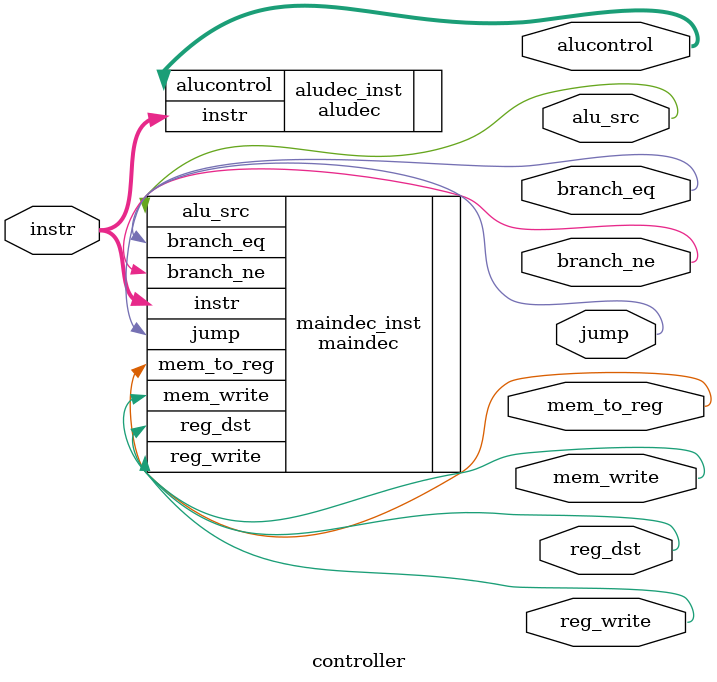
<source format=v>
module controller (
	input  [31:0] instr     ,
	// other side
	output        branch_eq  ,
	output        branch_ne ,
	output        jump      ,
	output        mem_to_reg,
	output        mem_write ,
	output        reg_dst   ,
	output        reg_write ,
	// alu side
	output [ 5:0] alucontrol,
	output        alu_src
);

	maindec maindec_inst (
		.instr     (instr     ),
		.branch_eq (branch_eq ),
		.branch_ne (branch_ne),
		.jump      (jump      ),
		.mem_to_reg(mem_to_reg),
		.mem_write (mem_write ),
		.reg_dst   (reg_dst   ),
		.reg_write (reg_write ),
		.alu_src   (alu_src   )
	);

	aludec aludec_inst (
		.instr     (instr     ),
		.alucontrol(alucontrol)
	);

endmodule

</source>
